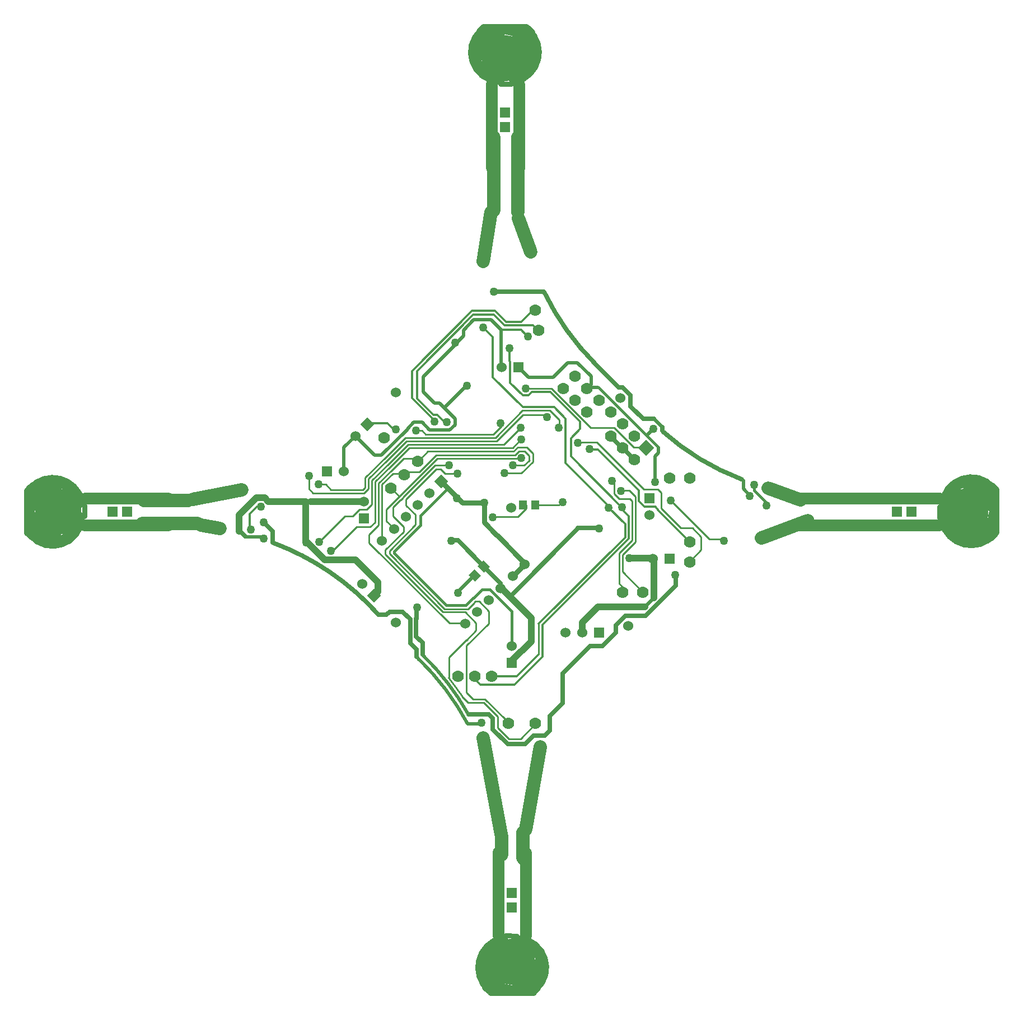
<source format=gbl>
%FSLAX25Y25*%
%MOIN*%
G70*
G01*
G75*
G04 Layer_Physical_Order=2*
G04 Layer_Color=16711680*
%ADD10C,0.03000*%
%ADD11C,0.02000*%
%ADD12C,0.06000*%
G04:AMPARAMS|DCode=13|XSize=70mil|YSize=63mil|CornerRadius=0mil|HoleSize=0mil|Usage=FLASHONLY|Rotation=225.000|XOffset=0mil|YOffset=0mil|HoleType=Round|Shape=Rectangle|*
%AMROTATEDRECTD13*
4,1,4,0.00248,0.04702,0.04702,0.00248,-0.00248,-0.04702,-0.04702,-0.00248,0.00248,0.04702,0.0*
%
%ADD13ROTATEDRECTD13*%

G04:AMPARAMS|DCode=14|XSize=9.84mil|YSize=61.02mil|CornerRadius=0mil|HoleSize=0mil|Usage=FLASHONLY|Rotation=45.000|XOffset=0mil|YOffset=0mil|HoleType=Round|Shape=Round|*
%AMOVALD14*
21,1,0.05118,0.00984,0.00000,0.00000,135.0*
1,1,0.00984,0.01810,-0.01810*
1,1,0.00984,-0.01810,0.01810*
%
%ADD14OVALD14*%

G04:AMPARAMS|DCode=15|XSize=9.84mil|YSize=61.02mil|CornerRadius=0mil|HoleSize=0mil|Usage=FLASHONLY|Rotation=315.000|XOffset=0mil|YOffset=0mil|HoleType=Round|Shape=Round|*
%AMOVALD15*
21,1,0.05118,0.00984,0.00000,0.00000,45.0*
1,1,0.00984,-0.01810,-0.01810*
1,1,0.00984,0.01810,0.01810*
%
%ADD15OVALD15*%

%ADD16O,0.01181X0.05118*%
%ADD17O,0.05118X0.01181*%
%ADD18R,0.05118X0.01181*%
%ADD19O,0.08661X0.02362*%
G04:AMPARAMS|DCode=20|XSize=23.62mil|YSize=62.99mil|CornerRadius=0mil|HoleSize=0mil|Usage=FLASHONLY|Rotation=225.000|XOffset=0mil|YOffset=0mil|HoleType=Round|Shape=Rectangle|*
%AMROTATEDRECTD20*
4,1,4,-0.01392,0.03062,0.03062,-0.01392,0.01392,-0.03062,-0.03062,0.01392,-0.01392,0.03062,0.0*
%
%ADD20ROTATEDRECTD20*%

G04:AMPARAMS|DCode=21|XSize=55.12mil|YSize=66.93mil|CornerRadius=0mil|HoleSize=0mil|Usage=FLASHONLY|Rotation=225.000|XOffset=0mil|YOffset=0mil|HoleType=Round|Shape=Rectangle|*
%AMROTATEDRECTD21*
4,1,4,-0.00418,0.04315,0.04315,-0.00418,0.00418,-0.04315,-0.04315,0.00418,-0.00418,0.04315,0.0*
%
%ADD21ROTATEDRECTD21*%

%ADD22R,0.05118X0.00984*%
%ADD23O,0.05118X0.00984*%
%ADD24O,0.00984X0.05118*%
%ADD25R,0.06299X0.01181*%
%ADD26O,0.06299X0.01181*%
%ADD27R,0.09843X0.09843*%
%ADD28R,0.05118X0.04134*%
%ADD29R,0.26575X0.05118*%
%ADD30R,0.04134X0.05118*%
G04:AMPARAMS|DCode=31|XSize=41.34mil|YSize=51.18mil|CornerRadius=0mil|HoleSize=0mil|Usage=FLASHONLY|Rotation=225.000|XOffset=0mil|YOffset=0mil|HoleType=Round|Shape=Rectangle|*
%AMROTATEDRECTD31*
4,1,4,-0.00348,0.03271,0.03271,-0.00348,0.00348,-0.03271,-0.03271,0.00348,-0.00348,0.03271,0.0*
%
%ADD31ROTATEDRECTD31*%

G04:AMPARAMS|DCode=32|XSize=41.34mil|YSize=51.18mil|CornerRadius=0mil|HoleSize=0mil|Usage=FLASHONLY|Rotation=135.000|XOffset=0mil|YOffset=0mil|HoleType=Round|Shape=Rectangle|*
%AMROTATEDRECTD32*
4,1,4,0.03271,0.00348,-0.00348,-0.03271,-0.03271,-0.00348,0.00348,0.03271,0.03271,0.00348,0.0*
%
%ADD32ROTATEDRECTD32*%

%ADD33R,0.05118X0.26575*%
%ADD34C,0.07000*%
%ADD35C,0.01200*%
%ADD36C,0.04000*%
%ADD37C,0.01500*%
%ADD38C,0.01000*%
%ADD39C,0.02500*%
%ADD40C,0.01400*%
%ADD41P,0.08485X4X360.0*%
%ADD42C,0.06000*%
%ADD43R,0.06000X0.06000*%
%ADD44P,0.08485X4X270.0*%
%ADD45P,0.09900X4X180.0*%
%ADD46C,0.07000*%
%ADD47R,0.06000X0.06000*%
%ADD48C,0.27559*%
%ADD49C,0.06693*%
%ADD50C,0.05000*%
%ADD51C,0.05000*%
%ADD52C,0.02100*%
G04:AMPARAMS|DCode=53|XSize=51mil|YSize=55mil|CornerRadius=0mil|HoleSize=0mil|Usage=FLASHONLY|Rotation=45.000|XOffset=0mil|YOffset=0mil|HoleType=Round|Shape=Rectangle|*
%AMROTATEDRECTD53*
4,1,4,0.00141,-0.03748,-0.03748,0.00141,-0.00141,0.03748,0.03748,-0.00141,0.00141,-0.03748,0.0*
%
%ADD53ROTATEDRECTD53*%

%ADD54R,0.05100X0.05500*%
%ADD55C,0.03937*%
%ADD56C,0.01800*%
%ADD57C,0.07874*%
D10*
X700358Y241453D02*
X706854Y241409D01*
X721815Y220882D02*
Y232102D01*
X665800Y507900D02*
X674600Y499100D01*
X661850Y511850D02*
X665800Y507900D01*
X695100Y479900D02*
X711700Y463300D01*
X704531Y455432D02*
X711300Y462200D01*
X674600Y499100D02*
X687400D01*
Y487500D02*
Y499100D01*
Y487500D02*
X695000Y479900D01*
X967898Y511815D02*
X979118D01*
X958547Y490358D02*
X958591Y496854D01*
X449409Y491146D02*
X449453Y497642D01*
X428882Y476185D02*
X440102D01*
X682185Y757898D02*
Y769118D01*
X697146Y748591D02*
X703642Y748547D01*
D11*
X677600Y367642D02*
G03*
X648374Y406341I-138718J-74378D01*
G01*
X711700Y463200D02*
Y463300D01*
X695000Y479900D02*
X695100D01*
X542165Y482300D02*
X542400D01*
X541600D02*
X542165D01*
X545700Y479000D02*
X554246D01*
X555723Y477523D01*
X556000Y477800D01*
X556201Y487500D02*
Y487697D01*
X647300Y407600D02*
X648200Y406700D01*
X788500Y549300D02*
X793400Y544400D01*
Y542100D02*
X793900Y541600D01*
X691400Y608100D02*
X697400Y602100D01*
X681200Y608100D02*
X691400D01*
X675100Y602000D02*
X681200Y608100D01*
X791200Y528900D02*
Y532200D01*
X789300Y527000D02*
X791200Y528900D01*
X645619Y547100D02*
X650400D01*
X641859Y543340D02*
X645619Y547100D01*
X697500Y580000D02*
Y602100D01*
X670400Y594000D02*
X675100Y598700D01*
X660800Y558700D02*
X670100Y549400D01*
X663900Y556000D02*
X676900Y569000D01*
X677200D01*
X657800Y558700D02*
X660800D01*
X651300Y565200D02*
X657800Y558700D01*
X651300Y565200D02*
Y574200D01*
X670100Y545700D02*
Y549400D01*
X651300Y574200D02*
X670200Y593100D01*
X666900Y542500D02*
X670100Y545700D01*
X655000Y542500D02*
X666900D01*
X650400Y547100D02*
X655000Y542500D01*
X748645Y568000D02*
X755100D01*
X784200Y539200D02*
X788100Y543100D01*
X556201Y487697D02*
Y487992D01*
X671900Y445600D02*
Y446400D01*
X681750Y456250D01*
X788000Y466300D02*
X788300Y466000D01*
X708000Y580000D02*
X714000Y574000D01*
X728700D01*
X737300Y582600D01*
X743000D01*
X751100Y574500D01*
Y569600D02*
Y574500D01*
X789300Y511700D02*
Y527000D01*
X604000Y518000D02*
Y532200D01*
X610500Y538700D01*
X675100Y598700D02*
Y602000D01*
X711300Y462800D02*
X711700Y463200D01*
X610929Y538929D02*
X622369Y527489D01*
X626311D01*
X641900Y543078D01*
X841800Y507600D02*
X846350Y503050D01*
X841800Y507600D02*
Y512700D01*
X677600Y367642D02*
X685063D01*
X783187Y437200D02*
X788500Y442513D01*
D12*
X707900Y718200D02*
Y730800D01*
X691900Y717400D02*
Y731400D01*
X465300Y501600D02*
X484200D01*
X465000Y486000D02*
X483500D01*
D34*
X698456Y238449D02*
G03*
X691402Y210154I3477J-15894D01*
G01*
X716992Y210449D02*
G03*
X707523Y238272I-10039J12106D01*
G01*
X989551Y506992D02*
G03*
X961728Y497523I-12106J-10039D01*
G01*
X961551Y488456D02*
G03*
X989847Y481402I15894J3477D01*
G01*
X446449Y499544D02*
G03*
X418153Y506598I-15894J-3477D01*
G01*
X418449Y481008D02*
G03*
X446272Y490477I12106J10039D01*
G01*
X687008Y779551D02*
G03*
X696477Y751728I10039J-12106D01*
G01*
X705544Y751551D02*
G03*
X712598Y779846I-3477J15894D01*
G01*
X712071Y241453D02*
Y291059D01*
X695929Y241748D02*
Y291256D01*
X908744Y485929D02*
X958252D01*
X908941Y502071D02*
X958547D01*
X449453Y485929D02*
X499059D01*
X449748Y502071D02*
X499256D01*
X708071Y698744D02*
Y748252D01*
X691929Y698941D02*
Y748547D01*
X873571Y502071D02*
X908941D01*
X873300Y501800D02*
X873571Y502071D01*
X874329Y485929D02*
X908744D01*
X874300Y485900D02*
X874329Y485929D01*
D35*
X680328Y613450D02*
X693985D01*
X644400Y561500D02*
Y577523D01*
X680956Y611250D02*
X693073D01*
X647400Y561328D02*
Y577694D01*
X680956Y611250D01*
X644400Y577523D02*
X680328Y613450D01*
X618100Y545900D02*
X618800Y546600D01*
X629800D01*
X633500Y542900D01*
X635000D01*
X647400Y561328D02*
X657228Y551500D01*
X644400Y561500D02*
X658100Y547800D01*
X659615Y551500D02*
X663315Y547800D01*
X657228Y551500D02*
X659615D01*
X665500Y547500D02*
X665800Y547800D01*
X663315D02*
X665800D01*
X681050Y395050D02*
X685300Y390800D01*
X702400Y583700D02*
Y589400D01*
X739100Y537757D02*
X744500Y543157D01*
X739100Y526800D02*
Y537757D01*
Y526800D02*
X769200Y496700D01*
X755300Y530900D02*
X779600Y506600D01*
X751300Y530900D02*
X755300D01*
X751100Y531100D02*
X751300Y530900D01*
X776600Y525100D02*
Y525258D01*
X809830Y476000D02*
X810000D01*
X790900Y494930D02*
X809830Y476000D01*
X790900Y494930D02*
Y495100D01*
X789400Y496600D02*
X790900Y495100D01*
X789400Y496600D02*
Y496800D01*
X779600Y500137D02*
Y506600D01*
Y500137D02*
X782937Y496800D01*
X789400D01*
X789400Y496800D01*
X769400Y495300D02*
X773600Y491100D01*
Y478000D02*
Y491100D01*
X722300Y426700D02*
X773600Y478000D01*
X722300Y407600D02*
Y426700D01*
X685300Y390800D02*
X705500D01*
X722300Y407600D01*
X692000Y396000D02*
X706900D01*
X719900Y409000D01*
Y427200D02*
X771400Y478700D01*
Y486700D01*
X702400Y583700D02*
X703000Y583100D01*
Y570743D02*
Y583100D01*
X715857Y565200D02*
X726758D01*
X703000Y570743D02*
X710543Y563200D01*
X713857D01*
X715857Y565200D01*
X692700Y574000D02*
X710400Y556300D01*
X692600Y573900D02*
Y597700D01*
X686800Y603700D02*
X692700Y597800D01*
X736000Y522800D02*
X761400Y497400D01*
X699523Y604800D02*
X716600D01*
X693073Y611250D02*
X699523Y604800D01*
X700435Y607000D02*
X709700D01*
X693985Y613450D02*
X700435Y607000D01*
X716600Y604800D02*
X719200Y602200D01*
X709700Y607000D02*
X717200Y614500D01*
X717800D01*
X697500Y602100D02*
X709400D01*
X713300Y598200D01*
X710400Y556300D02*
X729100D01*
X744500Y543157D02*
Y547458D01*
X736000Y522800D02*
Y549400D01*
X729100Y556300D02*
X736000Y549400D01*
X726758Y565200D02*
X744500Y547458D01*
X761700Y496400D02*
X771400Y486700D01*
X548000Y484600D02*
Y492500D01*
X552300Y496800D01*
D36*
X774000Y466300D02*
X788000D01*
X581100Y476500D02*
X592500Y465100D01*
X610900D01*
X541600Y491900D02*
X551800Y502100D01*
X541600Y482300D02*
Y491900D01*
X551800Y502100D02*
X556795D01*
X558994Y499902D01*
X581100D01*
Y476500D02*
Y499902D01*
X697400Y448700D02*
X702800Y443300D01*
X715500Y430600D01*
X704000Y405100D02*
X715500Y416600D01*
Y430600D01*
X746000Y422000D02*
Y428000D01*
X755200Y437200D01*
X584100Y499902D02*
X615846D01*
X624200Y446400D02*
Y451800D01*
X621900Y444100D02*
X624200Y446400D01*
X610900Y465100D02*
X624200Y451800D01*
X755200Y437200D02*
X783187D01*
X788500Y442513D02*
Y465800D01*
D37*
X690024Y209465D02*
X717091D01*
X685700Y447000D02*
X686300Y447600D01*
X690900D01*
X676700Y438100D02*
X685600Y447000D01*
X665000Y438100D02*
X676700D01*
X633800Y469300D02*
X665000Y438100D01*
X633800Y470100D02*
X649600Y485900D01*
X633800Y469300D02*
Y470100D01*
X665800Y507900D02*
Y508100D01*
X649600Y491700D02*
X665800Y507900D01*
X649600Y485900D02*
Y491700D01*
X690900Y447600D02*
X704000Y434500D01*
Y414000D02*
Y434500D01*
X555900Y478200D02*
X556100Y478000D01*
X697400Y602100D02*
X697500D01*
X848100Y506655D02*
X850727Y504027D01*
X848100Y506655D02*
Y509800D01*
X851077Y503677D02*
X856177Y498577D01*
X685063Y367642D02*
X685236Y367815D01*
X748800Y567300D02*
X748950Y567450D01*
X692700Y370900D02*
X692800Y370800D01*
X704426Y455432D02*
X704531D01*
X648374Y406341D02*
Y406626D01*
Y406051D02*
Y406341D01*
X990535Y480024D02*
Y507091D01*
X417465Y480909D02*
Y507976D01*
X686909Y780535D02*
X713976D01*
D38*
X674539Y383997D02*
G03*
X666393Y394975I-130362J-88207D01*
G01*
X682100Y440500D02*
X684400D01*
X681500Y439900D02*
X682100Y440500D01*
X681500Y439700D02*
Y439900D01*
X677850Y436050D02*
X681500Y439700D01*
X663907Y436050D02*
X677850D01*
X631064Y468893D02*
X663907Y436050D01*
X663028Y434100D02*
X676200D01*
X628664Y468464D02*
X663028Y434100D01*
X709100Y358500D02*
X717700Y367100D01*
X702200Y358500D02*
X709100D01*
X695450Y365250D02*
X702200Y358500D01*
X666550Y407250D02*
X676800Y417500D01*
X666393Y394975D02*
Y406993D01*
X666700Y407300D01*
X652700Y540000D02*
X693000D01*
X640486Y538000D02*
X694072D01*
X641315Y536000D02*
X694900D01*
X642143Y534000D02*
X699100D01*
X642972Y532000D02*
X704386D01*
X653900Y529800D02*
X705015D01*
X658872Y527700D02*
X705743D01*
X648772Y517600D02*
X658872Y527700D01*
X659700Y525700D02*
X709400D01*
X629300Y495300D02*
X659700Y525700D01*
X809600Y464000D02*
X816700Y471100D01*
X755050Y534750D02*
X755200Y534600D01*
X782500Y507300D01*
X754600Y535200D02*
X755200Y534600D01*
X743400Y535200D02*
X754600D01*
X743100Y534900D02*
X743400Y535200D01*
X782500Y507300D02*
X790900D01*
X762787Y538713D02*
Y539071D01*
X798500Y500700D02*
X821600Y477600D01*
X764858Y544071D02*
X774858Y534071D01*
Y533942D02*
Y534071D01*
Y533942D02*
X776500Y532300D01*
X784400D01*
X609279Y491400D02*
X613179Y495300D01*
X589200Y476000D02*
X604500Y491300D01*
Y491400D02*
X609279D01*
X596200Y470600D02*
X597200D01*
X611400Y484800D01*
X619700D01*
X622500Y487600D01*
X583050Y507550D02*
X585664Y504936D01*
X588900Y510200D02*
X593100D01*
X596364Y506936D01*
X793000Y495800D02*
Y505200D01*
Y495800D02*
X804700Y484100D01*
X811500D01*
X816700Y478900D01*
Y471100D02*
Y478900D01*
X790900Y507300D02*
X793000Y505200D01*
X769900Y458100D02*
X782000Y446000D01*
X764800Y504643D02*
Y512300D01*
Y504643D02*
X767900Y501543D01*
X769900Y458100D02*
Y468300D01*
X777600Y476000D01*
Y499167D01*
X777500Y499267D02*
X777600Y499167D01*
X777500Y499267D02*
Y502900D01*
X773900Y506500D02*
X777500Y502900D01*
X768900Y506500D02*
X773900D01*
X768700Y506300D02*
X768900Y506500D01*
X767900Y501543D02*
X774057D01*
X775500Y500100D01*
Y498339D02*
Y500100D01*
Y498339D02*
X775600Y498239D01*
Y476828D02*
Y498239D01*
X767900Y469128D02*
X775600Y476828D01*
X767900Y451086D02*
Y469128D01*
Y451086D02*
X769400Y449586D01*
Y446400D02*
Y446600D01*
Y449586D01*
Y446600D02*
X769600Y446400D01*
X767900Y448100D02*
X769400Y446600D01*
X719900Y409000D02*
Y427200D01*
X694900Y536000D02*
X710450Y551550D01*
X709700Y526000D02*
Y526700D01*
X704600Y521500D02*
X711300D01*
X626645Y476645D02*
Y489900D01*
X714200Y524300D02*
Y524400D01*
Y527400D01*
Y524400D02*
X714400Y524600D01*
X629300Y488300D02*
X633400Y484200D01*
X613179Y495300D02*
X617664D01*
X620500Y498136D01*
X709400Y525700D02*
X709700Y526000D01*
X711300Y521500D02*
X714200Y524400D01*
X711600Y530000D02*
X714200Y527400D01*
X716400Y523672D02*
Y524100D01*
X699600Y516800D02*
X709528D01*
X716400Y523672D01*
Y524100D02*
X716600Y524300D01*
Y528600D01*
X712900Y532300D02*
X716600Y528600D01*
X596364Y506936D02*
X615051D01*
X585664Y504936D02*
X615879D01*
X618900Y480300D02*
X624500Y485900D01*
X618900Y475400D02*
Y480300D01*
Y475400D02*
X666800Y427500D01*
X675800D01*
X624500Y485900D02*
Y510700D01*
X615879Y504936D02*
X618500Y507557D01*
Y513185D01*
X615051Y506936D02*
X616500Y508385D01*
Y514014D01*
X622500Y487600D02*
Y511528D01*
X620500Y498136D02*
Y512357D01*
X639500Y525700D02*
X649800D01*
X653900Y529800D01*
X626700Y490272D02*
Y510200D01*
X633215Y516714D01*
X624500Y510700D02*
X624700Y510900D01*
Y511028D01*
X632386Y518715D01*
X632514D01*
X639500Y525700D01*
X622500Y511528D02*
X622700Y511728D01*
Y511857D01*
X631558Y520715D01*
X631686D01*
X642972Y532000D01*
X620700Y512685D02*
X630729Y522715D01*
X630858D02*
X642143Y534000D01*
X618500Y513185D02*
X618700Y513385D01*
Y513514D01*
X629901Y524715D01*
X630029D01*
X641315Y536000D01*
X616500Y514014D02*
X616700Y514214D01*
Y514342D01*
X629072Y526715D01*
X629201D01*
X640486Y538000D01*
X633215Y516714D02*
X633429Y516500D01*
X640100D01*
X632000Y508000D02*
X637100Y503000D01*
X712200Y567200D02*
X727600D01*
X729502Y565298D01*
Y565284D02*
Y565298D01*
X750716Y544071D02*
X764858D01*
X708043Y530000D02*
X711600D01*
X707515Y532300D02*
X712900D01*
X705743Y527700D02*
X708043Y530000D01*
X705015Y529800D02*
X707515Y532300D01*
X699100Y534000D02*
X709050Y543950D01*
X704386Y532000D02*
X709343Y536957D01*
X710450Y551550D02*
X723550D01*
X724500Y550600D01*
X694072Y538000D02*
X710372Y554300D01*
X761400Y496100D02*
Y497400D01*
X712300Y497800D02*
X712500Y498000D01*
X711900Y497800D02*
X712300D01*
X712500Y495900D02*
Y498000D01*
X707500Y490900D02*
X712500Y495900D01*
X718300Y498000D02*
X732100D01*
X646800Y542200D02*
X650500D01*
X652700Y540000D01*
X693000D02*
X697800Y544800D01*
X629300Y488300D02*
Y495300D01*
X641800Y517600D02*
X648772D01*
X658328Y521500D02*
X666700D01*
X639307Y502372D02*
Y502479D01*
X637728Y500793D02*
X639307Y502372D01*
X637621Y500793D02*
X637728D01*
X633264Y491136D02*
Y496436D01*
X639458Y481958D02*
Y484942D01*
X628664Y468464D02*
Y471164D01*
X676200Y434100D02*
X682700Y427600D01*
Y423200D02*
Y427600D01*
X639307Y502479D02*
X658328Y521500D01*
X633264Y496436D02*
X637621Y500793D01*
X633264Y491136D02*
X639458Y484942D01*
X628664Y471164D02*
X639458Y481958D01*
X664100Y516500D02*
X671600D01*
X661500Y519100D02*
X664100Y516500D01*
X658864Y519100D02*
X661500D01*
X641032Y501268D02*
X658864Y519100D01*
X641032Y497668D02*
Y501268D01*
Y497668D02*
X646600Y492100D01*
Y486272D02*
Y492100D01*
X631064Y468893D02*
Y470736D01*
X646600Y486272D01*
X684400Y440500D02*
X690300Y434600D01*
Y427400D02*
Y434600D01*
X677000Y414100D02*
X690300Y427400D01*
X687089Y380400D02*
X695450Y372039D01*
X677888Y380400D02*
X687089D01*
X676900Y417400D02*
X682700Y423200D01*
X677000Y393729D02*
Y414100D01*
X676800Y393529D02*
X677000Y393729D01*
X676800Y386400D02*
Y393529D01*
Y386400D02*
X680800Y382400D01*
X687918D01*
X699818Y370500D01*
X700700D01*
X729502Y565284D02*
X732432Y562355D01*
X732445D01*
X736574Y558226D01*
X710372Y554300D02*
X726657D01*
X732300Y548657D01*
Y543900D02*
Y548657D01*
X736574Y558213D02*
Y558226D01*
Y558213D02*
X739502Y555284D01*
X739516D01*
X743645Y551155D01*
Y551142D02*
Y551155D01*
Y551142D02*
X750716Y544071D01*
X583050Y507550D02*
Y514950D01*
X583400Y515300D01*
X695450Y365250D02*
Y372039D01*
X717700Y367100D02*
Y367500D01*
X674344Y383944D02*
X677888Y380400D01*
X821600Y477600D02*
X829400D01*
X830000Y477000D01*
X692500Y490900D02*
X707500D01*
X548000Y484600D02*
X549700Y482900D01*
X552300Y496800D02*
X554600D01*
D39*
X723200Y624700D02*
G03*
X753537Y582027I141667J68594D01*
G01*
X624563Y432562D02*
G03*
X561500Y475500I-117475J-104759D01*
G01*
X793899Y541601D02*
G03*
X840785Y513210I100232J112617D01*
G01*
X801700Y449986D02*
Y455100D01*
X771500Y431900D02*
X783614D01*
X801700Y449986D01*
X542165Y482300D02*
X545083Y479383D01*
X556201Y487500D02*
X561600Y482101D01*
Y476870D02*
Y482101D01*
X643600Y415600D02*
X647300Y411900D01*
Y407600D02*
Y411900D01*
X769900Y567900D02*
X774700Y563100D01*
X767700Y567900D02*
X769900D01*
X774700Y556700D02*
Y563100D01*
Y556700D02*
X782100Y549300D01*
X793400Y542100D02*
Y544400D01*
X782100Y549300D02*
X788500D01*
X711809Y355600D02*
X716722Y360513D01*
X701500Y355600D02*
X711809D01*
X716722Y360513D02*
X723600D01*
X755600Y484300D02*
X755700Y484200D01*
X743300Y484300D02*
X755600D01*
X743300Y483800D02*
Y484300D01*
X702800Y443300D02*
X743300Y483800D01*
X769858Y532000D02*
X776600Y525258D01*
X762787Y538713D02*
X769600Y531900D01*
X704000Y404000D02*
Y405100D01*
X800900Y455900D02*
X801700Y455100D01*
X726600Y372100D02*
X734300Y379800D01*
X726600Y363513D02*
Y372100D01*
X723600Y360513D02*
X726600Y363513D01*
X701144Y355950D02*
X701150D01*
X701500Y355600D01*
X692700Y364394D02*
X701144Y355950D01*
X692700Y364394D02*
Y370900D01*
X697355Y448360D02*
Y451145D01*
X671806Y476800D02*
X687303Y461303D01*
X667600Y476800D02*
X671806D01*
X687100Y461400D02*
X697355Y451145D01*
X694300Y624800D02*
X722800D01*
X650900Y408800D02*
Y415800D01*
X647000Y419700D02*
X650900Y415800D01*
X647000Y419700D02*
Y430100D01*
X647200Y430300D01*
X643600Y415600D02*
Y429800D01*
X629362Y432562D02*
X631200Y434400D01*
X639000D01*
X643600Y429800D01*
X624563Y432562D02*
X629362D01*
X690286Y373314D02*
X692700Y370900D01*
X678200Y373314D02*
X690286D01*
X734300Y379800D02*
Y397700D01*
X750500Y413900D02*
X758000D01*
X765900Y421800D01*
Y426100D01*
X734300Y397700D02*
X750500Y413900D01*
X647200Y430300D02*
Y436800D01*
X647400Y437000D01*
X765750Y426150D02*
X771500Y431900D01*
X754000Y581500D02*
X767450Y568050D01*
D41*
X662000Y512000D02*
D03*
X618000Y546000D02*
D03*
D42*
X711497Y462502D02*
D03*
X654929Y504929D02*
D03*
X647858Y497858D02*
D03*
X640787Y490787D02*
D03*
X633716Y483716D02*
D03*
X626645Y476645D02*
D03*
X704426Y455432D02*
D03*
X697355Y448360D02*
D03*
X690284Y441289D02*
D03*
X683213Y434218D02*
D03*
X676142Y427147D02*
D03*
X736000Y422000D02*
D03*
X746000Y422000D02*
D03*
X614929Y451071D02*
D03*
X610929Y538929D02*
D03*
X604000Y518000D02*
D03*
X786000Y492000D02*
D03*
X788000Y466000D02*
D03*
X616000Y500000D02*
D03*
X634796Y564968D02*
D03*
X773085Y425982D02*
D03*
X635004Y427931D02*
D03*
X768631Y561558D02*
D03*
X703697Y496345D02*
D03*
X704000Y414000D02*
D03*
X698000Y580000D02*
D03*
D43*
X756000Y422000D02*
D03*
X594000Y518000D02*
D03*
X798000Y466000D02*
D03*
X708000Y580000D02*
D03*
X941716Y494000D02*
D03*
X933055D02*
D03*
X474945D02*
D03*
X466284D02*
D03*
D44*
X622000Y444000D02*
D03*
D45*
X784000Y532000D02*
D03*
D46*
X776929Y539071D02*
D03*
X769858Y546142D02*
D03*
X762787Y553213D02*
D03*
X755716Y560284D02*
D03*
X748645Y567355D02*
D03*
X741574Y574426D02*
D03*
X734503Y567355D02*
D03*
X741574Y560284D02*
D03*
X748645Y553213D02*
D03*
X762787Y539071D02*
D03*
X769858Y532000D02*
D03*
X776929Y524929D02*
D03*
X702000Y368000D02*
D03*
X798000Y514000D02*
D03*
X810000Y514000D02*
D03*
X810000Y476000D02*
D03*
X810000Y464000D02*
D03*
X718000Y368000D02*
D03*
X672000Y396000D02*
D03*
X682000D02*
D03*
X692000D02*
D03*
X718000Y614000D02*
D03*
X720000Y602000D02*
D03*
X770000Y446000D02*
D03*
X782000D02*
D03*
X640000Y516000D02*
D03*
X648000Y524000D02*
D03*
X628000Y538000D02*
D03*
X632000Y508000D02*
D03*
D47*
X704000Y266945D02*
D03*
Y258283D02*
D03*
X786000Y502000D02*
D03*
X616000Y490000D02*
D03*
X704000Y404000D02*
D03*
X700000Y731716D02*
D03*
Y723055D02*
D03*
D48*
X704000Y226000D02*
D03*
X974000Y494000D02*
D03*
X434000D02*
D03*
X700000Y764000D02*
D03*
D49*
X721716Y221079D02*
D03*
X686283D02*
D03*
X978921Y476284D02*
D03*
Y511717D02*
D03*
X429079Y476284D02*
D03*
Y511717D02*
D03*
X717717Y768921D02*
D03*
X682283D02*
D03*
D50*
X581500Y475500D02*
D03*
X845500Y503300D02*
D03*
X548500Y483300D02*
D03*
X556201Y487697D02*
D03*
X554600Y496800D02*
D03*
X635000Y542900D02*
D03*
X677200Y569000D02*
D03*
X658000Y547600D02*
D03*
X670300Y594700D02*
D03*
X665300Y547400D02*
D03*
X666700Y521500D02*
D03*
X848100Y509800D02*
D03*
X756000Y483900D02*
D03*
X788100Y543300D02*
D03*
X647600Y436800D02*
D03*
X686024Y368406D02*
D03*
X693300Y624900D02*
D03*
X855600Y497600D02*
D03*
X830100Y476500D02*
D03*
X798500Y500700D02*
D03*
X686800Y603700D02*
D03*
X589200Y476000D02*
D03*
X596200Y470600D02*
D03*
X671900Y445600D02*
D03*
X583300Y515300D02*
D03*
X588900Y510200D02*
D03*
X774000Y466300D02*
D03*
X801200Y456300D02*
D03*
X712200Y567200D02*
D03*
X709100Y543900D02*
D03*
X709600Y536900D02*
D03*
X750100Y531400D02*
D03*
X789300Y511700D02*
D03*
X763400Y512400D02*
D03*
X768800Y506300D02*
D03*
X769400Y496700D02*
D03*
X761400Y496100D02*
D03*
X704600Y521500D02*
D03*
X699600Y516800D02*
D03*
X709700Y526000D02*
D03*
X556200Y477900D02*
D03*
X702600Y591300D02*
D03*
X692700Y490500D02*
D03*
X734100Y499500D02*
D03*
X687400Y499100D02*
D03*
X646800Y542200D02*
D03*
X713600Y598400D02*
D03*
X671600Y516500D02*
D03*
X671300Y502000D02*
D03*
X667800Y476600D02*
D03*
X731900Y544000D02*
D03*
X743100Y534900D02*
D03*
X725000Y550300D02*
D03*
X697100Y546500D02*
D03*
D51*
X705870Y210154D02*
G03*
X719846Y226000I-935J14911D01*
G01*
X688547Y226394D02*
G03*
X702720Y209661I15453J-1279D01*
G01*
X973606Y478547D02*
G03*
X990339Y492721I1279J15453D01*
G01*
X989847Y495870D02*
G03*
X974000Y509846I-14911J-935D01*
G01*
X418153Y492130D02*
G03*
X434000Y478154I14911J935D01*
G01*
X434394Y509453D02*
G03*
X417661Y495280I-1279J-15453D01*
G01*
X715453Y763606D02*
G03*
X701279Y780339I-15453J1279D01*
G01*
X698130Y779846D02*
G03*
X684154Y764000I935J-14911D01*
G01*
X707700Y718000D02*
X707900Y718200D01*
X691900Y717400D02*
X693400Y715900D01*
D52*
X677900Y373500D02*
G03*
X651052Y408386I-132381J-74104D01*
G01*
D53*
X682000Y456000D02*
D03*
X687303Y461303D02*
D03*
D54*
X718000Y498000D02*
D03*
X710500D02*
D03*
D55*
X691598Y207693D02*
X716795D01*
X690516Y208480D02*
X690909D01*
X688252Y210744D02*
X690516Y208480D01*
X716795Y207890D02*
X716894D01*
X719158Y210154D01*
X989847Y509158D02*
X992110Y506894D01*
Y506795D02*
Y506894D01*
X989256Y478252D02*
X991520Y480516D01*
Y480909D01*
X992307Y481598D02*
Y506795D01*
X415693Y481205D02*
Y506402D01*
X416480Y507091D02*
Y507484D01*
X418744Y509748D01*
X415890Y481106D02*
Y481205D01*
Y481106D02*
X418153Y478842D01*
X684842Y779846D02*
X687106Y782110D01*
X687205D01*
X713484Y781520D02*
X715748Y779256D01*
X713091Y781520D02*
X713484D01*
X687205Y782307D02*
X712402D01*
D56*
X755400Y568000D02*
X791200Y532200D01*
D57*
X712046Y304452D02*
X720765Y353903D01*
X518931Y485889D02*
X530155Y483910D01*
X513944Y501416D02*
X543254Y506860D01*
X483963Y486991D02*
X516985D01*
X484741Y500496D02*
X511045D01*
X686799Y642831D02*
X691707Y672235D01*
X707831Y668597D02*
X715126Y648556D01*
X693196Y673313D02*
Y716800D01*
X707692Y672253D02*
X707692Y716942D01*
X852377Y478166D02*
X880296Y488617D01*
X856376Y507970D02*
X875977Y500836D01*
X686741Y359213D02*
X697721Y300102D01*
Y289679D02*
Y300102D01*
Y289679D02*
X697800Y289600D01*
X710500Y302907D02*
X712046Y304452D01*
X710500Y287800D02*
Y302907D01*
Y287800D02*
X710900Y287400D01*
M02*

</source>
